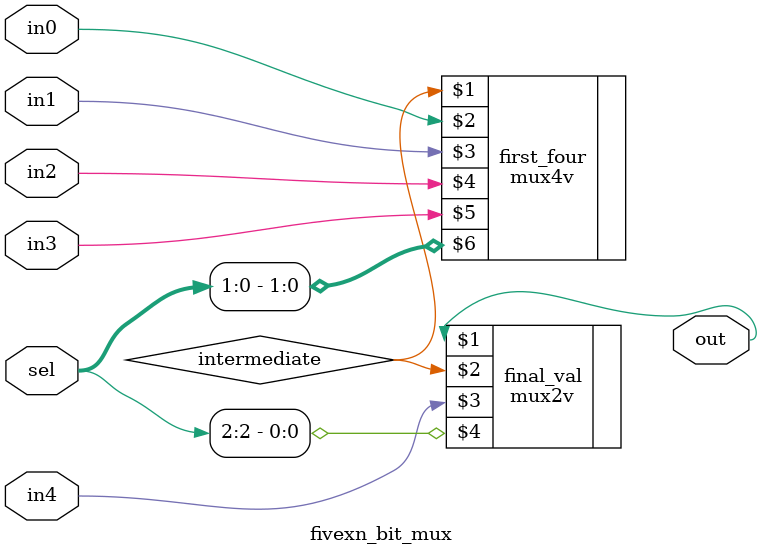
<source format=v>
module fivexn_bit_mux(out,
                      in0,
                      in1,
                      in2,
                      in3,
                      in4,
                      sel);

    parameter
        width = 1;

    output [(width - 1):0] out;
    input  [(width - 1):0] in0, in1, in2, in3, in4;
    input  [2:0]           sel;

    wire   [(width - 1):0] intermediate;

    mux4v #(.width(width)) first_four(intermediate, in0, in1, in2, in3, sel[1:0]);
    mux2v  #(.width(width)) final_val(out, intermediate, in4, sel[2]);

endmodule

</source>
